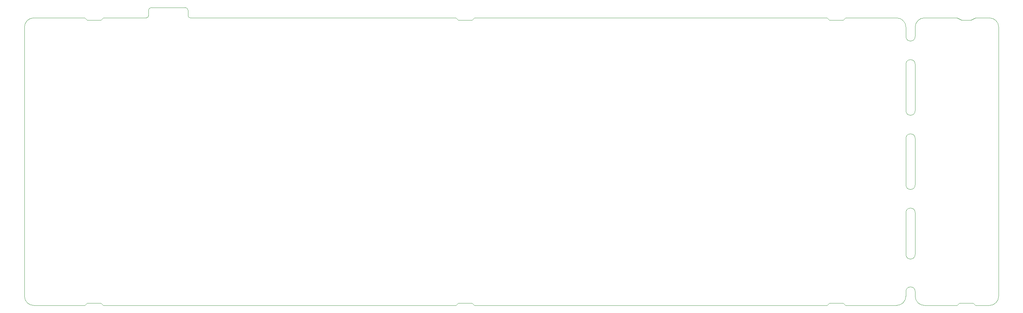
<source format=gm1>
G04 #@! TF.GenerationSoftware,KiCad,Pcbnew,(5.1.10-1-10_14)*
G04 #@! TF.CreationDate,2021-08-22T11:15:42-05:00*
G04 #@! TF.ProjectId,ori,6f72692e-6b69-4636-9164-5f7063625858,rev?*
G04 #@! TF.SameCoordinates,Original*
G04 #@! TF.FileFunction,Profile,NP*
%FSLAX46Y46*%
G04 Gerber Fmt 4.6, Leading zero omitted, Abs format (unit mm)*
G04 Created by KiCad (PCBNEW (5.1.10-1-10_14)) date 2021-08-22 11:15:42*
%MOMM*%
%LPD*%
G01*
G04 APERTURE LIST*
G04 #@! TA.AperFunction,Profile*
%ADD10C,0.050000*%
G04 #@! TD*
G04 APERTURE END LIST*
D10*
X321468955Y-45442189D02*
X322659581Y-44846876D01*
X319087703Y-45442189D02*
X321468955Y-45442189D01*
X317897077Y-44846876D02*
X319087703Y-45442189D01*
X317897077Y-44846876D02*
X309562515Y-44846880D01*
X322659581Y-44846876D02*
X326231335Y-44846880D01*
X194071973Y-44846876D02*
X284559517Y-44846876D01*
X289322021Y-44846876D02*
X302418735Y-44846880D01*
X121108809Y-44846880D02*
X189309469Y-44846876D01*
X98821893Y-44846876D02*
X109872441Y-44846880D01*
X80961555Y-44846880D02*
X94059389Y-44846876D01*
X317897077Y-118665688D02*
X309562515Y-118665940D01*
X326231335Y-118665940D02*
X322659581Y-118665688D01*
X317897077Y-118665688D02*
X318492390Y-118070375D01*
X318492390Y-118070375D02*
X322064268Y-118070375D01*
X322064268Y-118070375D02*
X322659581Y-118665688D01*
X289322021Y-44846876D02*
X288726708Y-45442189D01*
X288726708Y-45442189D02*
X285154830Y-45442189D01*
X285154830Y-45442189D02*
X284559517Y-44846876D01*
X194071973Y-44846876D02*
X193476660Y-45442189D01*
X193476660Y-45442189D02*
X189904782Y-45442189D01*
X189904782Y-45442189D02*
X189309469Y-44846876D01*
X98821893Y-44846876D02*
X98226580Y-45442189D01*
X98226580Y-45442189D02*
X94654702Y-45442189D01*
X94654702Y-45442189D02*
X94059389Y-44846876D01*
X189309469Y-118665688D02*
X98821893Y-118665688D01*
X284559549Y-118665688D02*
X194071973Y-118665688D01*
X302418735Y-118665940D02*
X289322053Y-118665688D01*
X189309469Y-118665688D02*
X189904782Y-118070375D01*
X189904782Y-118070375D02*
X193476660Y-118070375D01*
X193476660Y-118070375D02*
X194071973Y-118665688D01*
X284559549Y-118665688D02*
X285154862Y-118070375D01*
X285154862Y-118070375D02*
X288726740Y-118070375D01*
X288726740Y-118070375D02*
X289322053Y-118665688D01*
X98226580Y-118070375D02*
X98821893Y-118665688D01*
X94654702Y-118070375D02*
X98226580Y-118070375D01*
X94059389Y-118665688D02*
X94654702Y-118070375D01*
X94059389Y-118665688D02*
X80961555Y-118665940D01*
X304799995Y-47228140D02*
X304799995Y-49609380D01*
X307181255Y-47228140D02*
X307181255Y-49609380D01*
X307181255Y-49609380D02*
G75*
G02*
X304799995Y-49609380I-1190630J0D01*
G01*
X304799995Y-56753136D02*
G75*
G02*
X307181255Y-56753136I1190630J0D01*
G01*
X307181255Y-68659396D02*
G75*
G02*
X304799995Y-68659396I-1190630J0D01*
G01*
X304799995Y-75803152D02*
G75*
G02*
X307181255Y-75803152I1190630J0D01*
G01*
X307181255Y-87709412D02*
G75*
G02*
X304799995Y-87709412I-1190630J0D01*
G01*
X304799995Y-94853168D02*
G75*
G02*
X307181255Y-94853168I1190630J0D01*
G01*
X307181255Y-105569010D02*
G75*
G02*
X304799995Y-105569010I-1190630J0D01*
G01*
X304799995Y-115094050D02*
X304799995Y-116284680D01*
X307181255Y-115094050D02*
X307181255Y-116284680D01*
X304799995Y-115094050D02*
G75*
G02*
X307181255Y-115094050I1190630J0D01*
G01*
X328612595Y-47228140D02*
X328612595Y-116284680D01*
X78580295Y-47228140D02*
G75*
G02*
X80961555Y-44846880I2381260J0D01*
G01*
X80961555Y-118665940D02*
G75*
G02*
X78580295Y-116284680I0J2381260D01*
G01*
X309562515Y-118665940D02*
G75*
G02*
X307181255Y-116284680I0J2381260D01*
G01*
X304799995Y-116284680D02*
G75*
G02*
X302418735Y-118665940I-2381260J0D01*
G01*
X328612595Y-116284680D02*
G75*
G02*
X326231335Y-118665940I-2381260J0D01*
G01*
X326231335Y-44846880D02*
G75*
G02*
X328612595Y-47228140I0J-2381260D01*
G01*
X307181255Y-47228140D02*
G75*
G02*
X309562515Y-44846880I2381260J0D01*
G01*
X302418735Y-44846880D02*
G75*
G02*
X304799995Y-47228140I0J-2381260D01*
G01*
X120590625Y-44328696D02*
X120590625Y-42956250D01*
X110390625Y-42956302D02*
X110390625Y-44328696D01*
X110390625Y-44328696D02*
G75*
G02*
X109872441Y-44846880I-518184J0D01*
G01*
X110390625Y-42956302D02*
G75*
G02*
X111167865Y-42179062I777240J0D01*
G01*
X78580295Y-116284680D02*
X78580295Y-47228140D01*
X304799995Y-105569010D02*
X304799995Y-94853168D01*
X307181255Y-94853168D02*
X307181255Y-105569010D01*
X304800191Y-87709412D02*
X304800191Y-75803152D01*
X307181443Y-75803152D02*
X307181255Y-87709412D01*
X304800191Y-68659396D02*
X304799995Y-56753136D01*
X307181255Y-56753136D02*
X307181443Y-68659396D01*
X111167865Y-42179062D02*
X119813385Y-42179010D01*
X119813385Y-42179010D02*
G75*
G02*
X120590625Y-42956250I0J-777240D01*
G01*
X121108809Y-44846880D02*
G75*
G02*
X120590625Y-44328696I0J518184D01*
G01*
M02*

</source>
